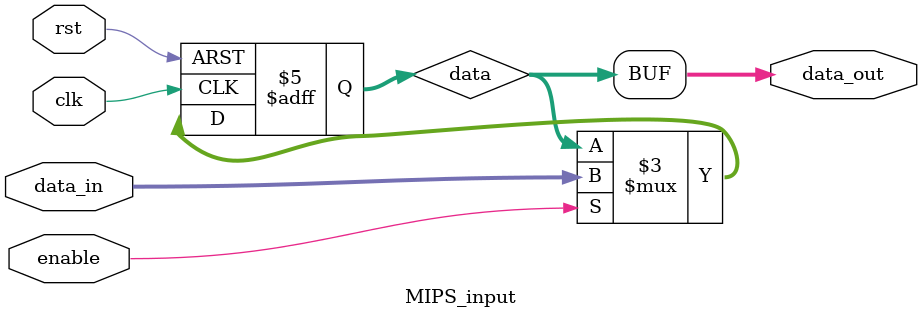
<source format=v>

module MIPS_input (
	//INPUTs
	input clk,
	input enable,				//Write Enable
	input rst,
	input [7:0] data_in,		//Data to be in flops
	
	//OUTPUTs
	output [7:0] data_out 	//Data stable data out
);

	reg [7:0] data;

	always @(posedge clk or negedge rst) begin
		if (~rst) begin
			data <= 8'h0;
		end else begin
			if(enable) begin
				data <= data_in;
			end
		end
	end
	
	assign data_out = data;


endmodule
</source>
